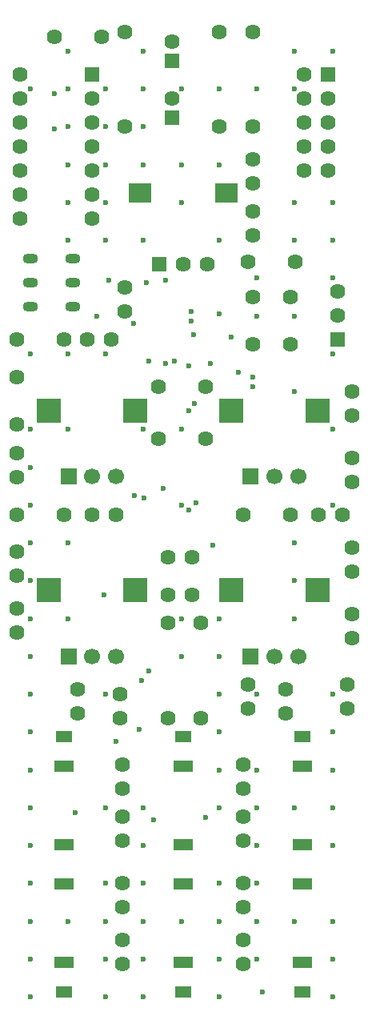
<source format=gts>
G04*
G04 #@! TF.GenerationSoftware,Altium Limited,Altium Designer,25.8.1 (18)*
G04*
G04 Layer_Color=8388736*
%FSLAX44Y44*%
%MOMM*%
G71*
G04*
G04 #@! TF.SameCoordinates,31FAA1C7-D2ED-409D-A29A-1505F3418D97*
G04*
G04*
G04 #@! TF.FilePolarity,Negative*
G04*
G01*
G75*
%ADD12C,1.7000*%
%ADD13R,1.7000X1.7000*%
%ADD14R,2.5000X2.6000*%
%ADD15C,1.6240*%
%ADD16R,1.6240X1.6240*%
%ADD17R,2.4000X2.0000*%
%ADD18R,1.6240X1.6240*%
%ADD19O,1.6240X1.1000*%
%ADD20R,2.0000X1.2000*%
%ADD21R,1.8000X1.2000*%
%ADD22C,0.6000*%
D12*
X318000Y390000D02*
D03*
X293000D02*
D03*
X125000D02*
D03*
X100000D02*
D03*
X318000Y580000D02*
D03*
X293000D02*
D03*
X125000D02*
D03*
X100000D02*
D03*
D13*
X268000Y390000D02*
D03*
X75000D02*
D03*
X268000Y580000D02*
D03*
X75000D02*
D03*
D14*
X338750Y460000D02*
D03*
X247250D02*
D03*
X145750D02*
D03*
X54250D02*
D03*
X338750Y650000D02*
D03*
X247250D02*
D03*
X145750D02*
D03*
X54250D02*
D03*
D15*
X360000Y775800D02*
D03*
Y750400D02*
D03*
X196500Y805000D02*
D03*
X221500D02*
D03*
X205800Y455000D02*
D03*
X180400D02*
D03*
X20000Y635000D02*
D03*
Y685000D02*
D03*
X260000Y540000D02*
D03*
X205400Y495000D02*
D03*
X135000Y780000D02*
D03*
X365000Y540000D02*
D03*
X305000Y329600D02*
D03*
X370000Y360000D02*
D03*
X310000Y540000D02*
D03*
X375000Y435000D02*
D03*
X20000Y605000D02*
D03*
Y579600D02*
D03*
X370000Y334600D02*
D03*
X265000D02*
D03*
X20000Y415000D02*
D03*
X375000Y670400D02*
D03*
X180000Y495000D02*
D03*
X100000Y852600D02*
D03*
X23800Y878000D02*
D03*
X100000Y903400D02*
D03*
X23800Y928800D02*
D03*
X100000Y954200D02*
D03*
X23800Y979600D02*
D03*
X185000Y980000D02*
D03*
X315000Y807500D02*
D03*
X270000Y720000D02*
D03*
X170000Y620000D02*
D03*
X310000Y720000D02*
D03*
X220000Y675000D02*
D03*
X70000Y725000D02*
D03*
X324600Y928800D02*
D03*
X350000D02*
D03*
X324600Y954200D02*
D03*
X350000D02*
D03*
X324600Y979600D02*
D03*
X350000D02*
D03*
X60000Y1045000D02*
D03*
X20000Y440400D02*
D03*
Y475000D02*
D03*
Y500400D02*
D03*
Y725000D02*
D03*
X265000Y360000D02*
D03*
X375000Y409600D02*
D03*
X305000Y355000D02*
D03*
X135000Y754600D02*
D03*
X260000Y275400D02*
D03*
Y250000D02*
D03*
X132500Y275400D02*
D03*
Y250000D02*
D03*
X339600Y540000D02*
D03*
X100000D02*
D03*
X125400D02*
D03*
X130000Y324600D02*
D03*
Y350000D02*
D03*
X85000Y355400D02*
D03*
Y330000D02*
D03*
X95000Y725000D02*
D03*
X120400D02*
D03*
X260000Y64600D02*
D03*
Y90000D02*
D03*
X270000Y890000D02*
D03*
Y915400D02*
D03*
X375000Y645000D02*
D03*
Y574600D02*
D03*
Y600000D02*
D03*
X132500Y64600D02*
D03*
Y90000D02*
D03*
X270000Y835000D02*
D03*
Y860400D02*
D03*
X375000Y479600D02*
D03*
Y505000D02*
D03*
X185000Y1040000D02*
D03*
X23800Y1005000D02*
D03*
X310000Y770000D02*
D03*
X170000Y675000D02*
D03*
X235000Y1050000D02*
D03*
X270000Y950000D02*
D03*
X265000Y807500D02*
D03*
X270000Y770000D02*
D03*
X220000Y620000D02*
D03*
X100000Y979600D02*
D03*
X23800Y954200D02*
D03*
X100000Y928800D02*
D03*
X23800Y903400D02*
D03*
X100000Y878000D02*
D03*
X23800Y852600D02*
D03*
X270000Y1050000D02*
D03*
X324600Y903400D02*
D03*
X350000D02*
D03*
X324600Y1005000D02*
D03*
X132500Y150000D02*
D03*
Y124600D02*
D03*
X135000Y1050000D02*
D03*
Y950000D02*
D03*
X260000Y150000D02*
D03*
Y124600D02*
D03*
X110000Y1045000D02*
D03*
X20000Y540000D02*
D03*
X70000D02*
D03*
X215000Y325000D02*
D03*
Y425000D02*
D03*
X180000Y325000D02*
D03*
Y425000D02*
D03*
X132500Y195000D02*
D03*
Y220400D02*
D03*
X260000Y195000D02*
D03*
Y220400D02*
D03*
X235000Y950000D02*
D03*
D16*
X360000Y725000D02*
D03*
X185000Y1020000D02*
D03*
Y960000D02*
D03*
D17*
X150750Y880000D02*
D03*
X242250D02*
D03*
D18*
X171500Y805000D02*
D03*
X100000Y1005000D02*
D03*
X350000D02*
D03*
D19*
X80000Y810800D02*
D03*
Y785400D02*
D03*
Y760000D02*
D03*
X35000D02*
D03*
Y785400D02*
D03*
Y810800D02*
D03*
D20*
X323000Y273800D02*
D03*
X196500D02*
D03*
X70000D02*
D03*
X323000Y190800D02*
D03*
X196500D02*
D03*
X70000D02*
D03*
Y66200D02*
D03*
Y149200D02*
D03*
X196500Y66200D02*
D03*
Y149200D02*
D03*
X323000Y66200D02*
D03*
Y149200D02*
D03*
D21*
Y304800D02*
D03*
Y35200D02*
D03*
X196500Y304800D02*
D03*
X70000D02*
D03*
X196500Y35200D02*
D03*
X70000D02*
D03*
D22*
X34500Y550000D02*
D03*
X354500Y1030000D02*
D03*
Y870000D02*
D03*
Y830000D02*
D03*
Y790000D02*
D03*
Y710000D02*
D03*
Y630000D02*
D03*
Y550000D02*
D03*
Y350000D02*
D03*
Y310000D02*
D03*
Y270000D02*
D03*
Y230000D02*
D03*
Y190000D02*
D03*
Y110000D02*
D03*
Y70000D02*
D03*
Y30000D02*
D03*
X314500Y1030000D02*
D03*
Y990000D02*
D03*
Y870000D02*
D03*
Y830000D02*
D03*
Y750000D02*
D03*
Y670000D02*
D03*
Y510000D02*
D03*
Y470000D02*
D03*
Y430000D02*
D03*
Y230000D02*
D03*
Y110000D02*
D03*
X274500Y990000D02*
D03*
Y790000D02*
D03*
Y750000D02*
D03*
Y350000D02*
D03*
Y270000D02*
D03*
Y230000D02*
D03*
Y190000D02*
D03*
Y150000D02*
D03*
Y110000D02*
D03*
Y70000D02*
D03*
X234500Y990000D02*
D03*
Y910000D02*
D03*
Y830000D02*
D03*
Y430000D02*
D03*
Y390000D02*
D03*
Y350000D02*
D03*
Y310000D02*
D03*
Y270000D02*
D03*
Y230000D02*
D03*
Y150000D02*
D03*
Y110000D02*
D03*
Y70000D02*
D03*
Y30000D02*
D03*
X194500Y990000D02*
D03*
Y910000D02*
D03*
Y870000D02*
D03*
Y630000D02*
D03*
Y550000D02*
D03*
Y430000D02*
D03*
Y390000D02*
D03*
Y110000D02*
D03*
X154500Y1030000D02*
D03*
Y990000D02*
D03*
Y950000D02*
D03*
Y910000D02*
D03*
Y830000D02*
D03*
Y630000D02*
D03*
Y230000D02*
D03*
Y190000D02*
D03*
Y150000D02*
D03*
Y110000D02*
D03*
Y70000D02*
D03*
Y30000D02*
D03*
X114500Y990000D02*
D03*
Y950000D02*
D03*
Y910000D02*
D03*
Y870000D02*
D03*
Y830000D02*
D03*
Y710000D02*
D03*
Y350000D02*
D03*
Y230000D02*
D03*
Y150000D02*
D03*
Y110000D02*
D03*
Y70000D02*
D03*
Y30000D02*
D03*
X74500Y1030000D02*
D03*
Y990000D02*
D03*
Y950000D02*
D03*
Y910000D02*
D03*
Y870000D02*
D03*
Y830000D02*
D03*
Y710000D02*
D03*
Y630000D02*
D03*
Y510000D02*
D03*
Y430000D02*
D03*
Y110000D02*
D03*
X34500Y990000D02*
D03*
Y710000D02*
D03*
Y630000D02*
D03*
Y590000D02*
D03*
Y510000D02*
D03*
Y470000D02*
D03*
Y430000D02*
D03*
Y390000D02*
D03*
Y350000D02*
D03*
Y310000D02*
D03*
Y270000D02*
D03*
Y230000D02*
D03*
Y190000D02*
D03*
Y150000D02*
D03*
Y110000D02*
D03*
Y70000D02*
D03*
Y30000D02*
D03*
X280000Y35000D02*
D03*
X270000Y685000D02*
D03*
Y675000D02*
D03*
X202500Y650000D02*
D03*
X208540Y657500D02*
D03*
X150000Y312500D02*
D03*
X152500Y364230D02*
D03*
X160000Y375000D02*
D03*
X225000Y700000D02*
D03*
X160000Y702500D02*
D03*
X220000Y220000D02*
D03*
X82500Y225000D02*
D03*
X165000Y217500D02*
D03*
X125000Y300000D02*
D03*
X155000Y557500D02*
D03*
X227500Y507500D02*
D03*
X105000Y750000D02*
D03*
X117500Y787500D02*
D03*
X255000Y690000D02*
D03*
X202500Y697500D02*
D03*
X187500Y702500D02*
D03*
X112500Y455000D02*
D03*
X143940Y742190D02*
D03*
X144985Y560310D02*
D03*
X157500Y785000D02*
D03*
X205000Y745000D02*
D03*
X177500Y787500D02*
D03*
X202500Y545000D02*
D03*
X175000Y567500D02*
D03*
X210000Y552500D02*
D03*
X247500Y727500D02*
D03*
X235000Y752500D02*
D03*
X177500Y700000D02*
D03*
X207500Y730000D02*
D03*
X205000Y755000D02*
D03*
X60000Y985000D02*
D03*
Y947500D02*
D03*
M02*

</source>
